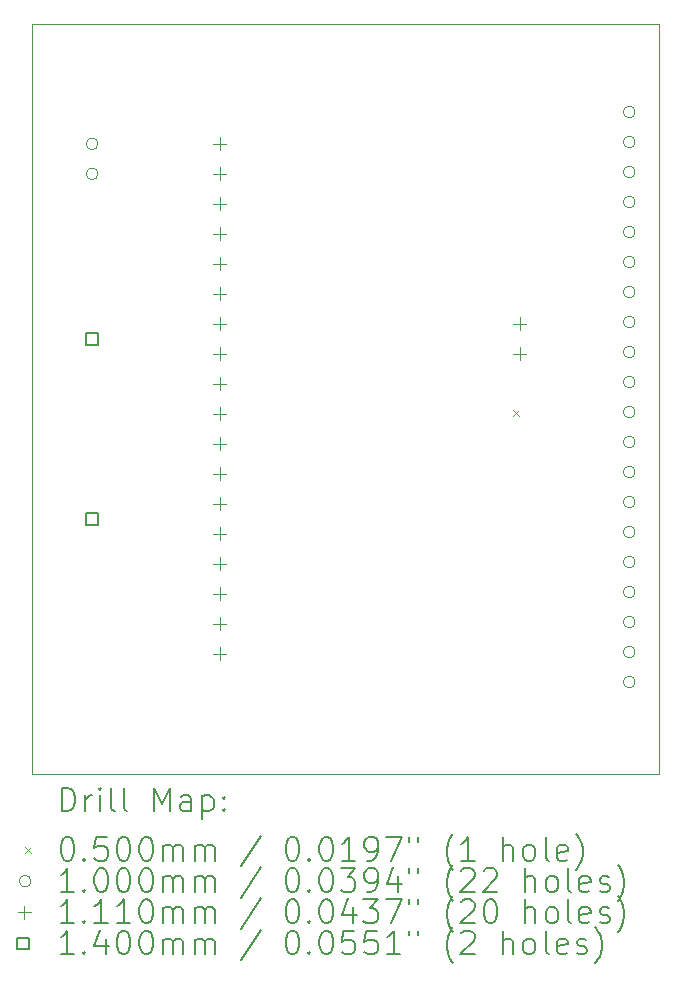
<source format=gbr>
%TF.GenerationSoftware,KiCad,Pcbnew,7.0.7*%
%TF.CreationDate,2023-09-15T15:20:59-06:00*%
%TF.ProjectId,hygienie_pcb,68796769-656e-4696-955f-7063622e6b69,rev?*%
%TF.SameCoordinates,Original*%
%TF.FileFunction,Drillmap*%
%TF.FilePolarity,Positive*%
%FSLAX45Y45*%
G04 Gerber Fmt 4.5, Leading zero omitted, Abs format (unit mm)*
G04 Created by KiCad (PCBNEW 7.0.7) date 2023-09-15 15:20:59*
%MOMM*%
%LPD*%
G01*
G04 APERTURE LIST*
%ADD10C,0.100000*%
%ADD11C,0.200000*%
%ADD12C,0.050000*%
%ADD13C,0.111000*%
%ADD14C,0.140000*%
G04 APERTURE END LIST*
D10*
X8060000Y-7366000D02*
X13370000Y-7366000D01*
X13370000Y-13716000D01*
X8060000Y-13716000D01*
X8060000Y-7366000D01*
D11*
D12*
X12135000Y-10635000D02*
X12185000Y-10685000D01*
X12185000Y-10635000D02*
X12135000Y-10685000D01*
D10*
X8622500Y-8382500D02*
G75*
G03*
X8622500Y-8382500I-50000J0D01*
G01*
X8622500Y-8636500D02*
G75*
G03*
X8622500Y-8636500I-50000J0D01*
G01*
X13170000Y-8113000D02*
G75*
G03*
X13170000Y-8113000I-50000J0D01*
G01*
X13170000Y-8367000D02*
G75*
G03*
X13170000Y-8367000I-50000J0D01*
G01*
X13170000Y-8621000D02*
G75*
G03*
X13170000Y-8621000I-50000J0D01*
G01*
X13170000Y-8875000D02*
G75*
G03*
X13170000Y-8875000I-50000J0D01*
G01*
X13170000Y-9129000D02*
G75*
G03*
X13170000Y-9129000I-50000J0D01*
G01*
X13170000Y-9383000D02*
G75*
G03*
X13170000Y-9383000I-50000J0D01*
G01*
X13170000Y-9637000D02*
G75*
G03*
X13170000Y-9637000I-50000J0D01*
G01*
X13170000Y-9891000D02*
G75*
G03*
X13170000Y-9891000I-50000J0D01*
G01*
X13170000Y-10145000D02*
G75*
G03*
X13170000Y-10145000I-50000J0D01*
G01*
X13170000Y-10399000D02*
G75*
G03*
X13170000Y-10399000I-50000J0D01*
G01*
X13170000Y-10653000D02*
G75*
G03*
X13170000Y-10653000I-50000J0D01*
G01*
X13170000Y-10907000D02*
G75*
G03*
X13170000Y-10907000I-50000J0D01*
G01*
X13170000Y-11161000D02*
G75*
G03*
X13170000Y-11161000I-50000J0D01*
G01*
X13170000Y-11415000D02*
G75*
G03*
X13170000Y-11415000I-50000J0D01*
G01*
X13170000Y-11669000D02*
G75*
G03*
X13170000Y-11669000I-50000J0D01*
G01*
X13170000Y-11923000D02*
G75*
G03*
X13170000Y-11923000I-50000J0D01*
G01*
X13170000Y-12177000D02*
G75*
G03*
X13170000Y-12177000I-50000J0D01*
G01*
X13170000Y-12431000D02*
G75*
G03*
X13170000Y-12431000I-50000J0D01*
G01*
X13170000Y-12685000D02*
G75*
G03*
X13170000Y-12685000I-50000J0D01*
G01*
X13170000Y-12939000D02*
G75*
G03*
X13170000Y-12939000I-50000J0D01*
G01*
D13*
X9652000Y-8326500D02*
X9652000Y-8437500D01*
X9596500Y-8382000D02*
X9707500Y-8382000D01*
X9652000Y-8580500D02*
X9652000Y-8691500D01*
X9596500Y-8636000D02*
X9707500Y-8636000D01*
X9652000Y-8834500D02*
X9652000Y-8945500D01*
X9596500Y-8890000D02*
X9707500Y-8890000D01*
X9652000Y-9088500D02*
X9652000Y-9199500D01*
X9596500Y-9144000D02*
X9707500Y-9144000D01*
X9652000Y-9342500D02*
X9652000Y-9453500D01*
X9596500Y-9398000D02*
X9707500Y-9398000D01*
X9652000Y-9596500D02*
X9652000Y-9707500D01*
X9596500Y-9652000D02*
X9707500Y-9652000D01*
X9652000Y-9850500D02*
X9652000Y-9961500D01*
X9596500Y-9906000D02*
X9707500Y-9906000D01*
X9652000Y-10104500D02*
X9652000Y-10215500D01*
X9596500Y-10160000D02*
X9707500Y-10160000D01*
X9652000Y-10358500D02*
X9652000Y-10469500D01*
X9596500Y-10414000D02*
X9707500Y-10414000D01*
X9652000Y-10612500D02*
X9652000Y-10723500D01*
X9596500Y-10668000D02*
X9707500Y-10668000D01*
X9652000Y-10866500D02*
X9652000Y-10977500D01*
X9596500Y-10922000D02*
X9707500Y-10922000D01*
X9652000Y-11120500D02*
X9652000Y-11231500D01*
X9596500Y-11176000D02*
X9707500Y-11176000D01*
X9652000Y-11374500D02*
X9652000Y-11485500D01*
X9596500Y-11430000D02*
X9707500Y-11430000D01*
X9652000Y-11628500D02*
X9652000Y-11739500D01*
X9596500Y-11684000D02*
X9707500Y-11684000D01*
X9652000Y-11882500D02*
X9652000Y-11993500D01*
X9596500Y-11938000D02*
X9707500Y-11938000D01*
X9652000Y-12136500D02*
X9652000Y-12247500D01*
X9596500Y-12192000D02*
X9707500Y-12192000D01*
X9652000Y-12390500D02*
X9652000Y-12501500D01*
X9596500Y-12446000D02*
X9707500Y-12446000D01*
X9652000Y-12644500D02*
X9652000Y-12755500D01*
X9596500Y-12700000D02*
X9707500Y-12700000D01*
X12192000Y-9850500D02*
X12192000Y-9961500D01*
X12136500Y-9906000D02*
X12247500Y-9906000D01*
X12192000Y-10104500D02*
X12192000Y-10215500D01*
X12136500Y-10160000D02*
X12247500Y-10160000D01*
D14*
X8621998Y-10082498D02*
X8621998Y-9983502D01*
X8523002Y-9983502D01*
X8523002Y-10082498D01*
X8621998Y-10082498D01*
X8621998Y-11606498D02*
X8621998Y-11507502D01*
X8523002Y-11507502D01*
X8523002Y-11606498D01*
X8621998Y-11606498D01*
D11*
X8315777Y-14032484D02*
X8315777Y-13832484D01*
X8315777Y-13832484D02*
X8363396Y-13832484D01*
X8363396Y-13832484D02*
X8391967Y-13842008D01*
X8391967Y-13842008D02*
X8411015Y-13861055D01*
X8411015Y-13861055D02*
X8420539Y-13880103D01*
X8420539Y-13880103D02*
X8430063Y-13918198D01*
X8430063Y-13918198D02*
X8430063Y-13946769D01*
X8430063Y-13946769D02*
X8420539Y-13984865D01*
X8420539Y-13984865D02*
X8411015Y-14003912D01*
X8411015Y-14003912D02*
X8391967Y-14022960D01*
X8391967Y-14022960D02*
X8363396Y-14032484D01*
X8363396Y-14032484D02*
X8315777Y-14032484D01*
X8515777Y-14032484D02*
X8515777Y-13899150D01*
X8515777Y-13937246D02*
X8525301Y-13918198D01*
X8525301Y-13918198D02*
X8534824Y-13908674D01*
X8534824Y-13908674D02*
X8553872Y-13899150D01*
X8553872Y-13899150D02*
X8572920Y-13899150D01*
X8639586Y-14032484D02*
X8639586Y-13899150D01*
X8639586Y-13832484D02*
X8630063Y-13842008D01*
X8630063Y-13842008D02*
X8639586Y-13851531D01*
X8639586Y-13851531D02*
X8649110Y-13842008D01*
X8649110Y-13842008D02*
X8639586Y-13832484D01*
X8639586Y-13832484D02*
X8639586Y-13851531D01*
X8763396Y-14032484D02*
X8744348Y-14022960D01*
X8744348Y-14022960D02*
X8734824Y-14003912D01*
X8734824Y-14003912D02*
X8734824Y-13832484D01*
X8868158Y-14032484D02*
X8849110Y-14022960D01*
X8849110Y-14022960D02*
X8839586Y-14003912D01*
X8839586Y-14003912D02*
X8839586Y-13832484D01*
X9096729Y-14032484D02*
X9096729Y-13832484D01*
X9096729Y-13832484D02*
X9163396Y-13975341D01*
X9163396Y-13975341D02*
X9230063Y-13832484D01*
X9230063Y-13832484D02*
X9230063Y-14032484D01*
X9411015Y-14032484D02*
X9411015Y-13927722D01*
X9411015Y-13927722D02*
X9401491Y-13908674D01*
X9401491Y-13908674D02*
X9382444Y-13899150D01*
X9382444Y-13899150D02*
X9344348Y-13899150D01*
X9344348Y-13899150D02*
X9325301Y-13908674D01*
X9411015Y-14022960D02*
X9391967Y-14032484D01*
X9391967Y-14032484D02*
X9344348Y-14032484D01*
X9344348Y-14032484D02*
X9325301Y-14022960D01*
X9325301Y-14022960D02*
X9315777Y-14003912D01*
X9315777Y-14003912D02*
X9315777Y-13984865D01*
X9315777Y-13984865D02*
X9325301Y-13965817D01*
X9325301Y-13965817D02*
X9344348Y-13956293D01*
X9344348Y-13956293D02*
X9391967Y-13956293D01*
X9391967Y-13956293D02*
X9411015Y-13946769D01*
X9506253Y-13899150D02*
X9506253Y-14099150D01*
X9506253Y-13908674D02*
X9525301Y-13899150D01*
X9525301Y-13899150D02*
X9563396Y-13899150D01*
X9563396Y-13899150D02*
X9582444Y-13908674D01*
X9582444Y-13908674D02*
X9591967Y-13918198D01*
X9591967Y-13918198D02*
X9601491Y-13937246D01*
X9601491Y-13937246D02*
X9601491Y-13994388D01*
X9601491Y-13994388D02*
X9591967Y-14013436D01*
X9591967Y-14013436D02*
X9582444Y-14022960D01*
X9582444Y-14022960D02*
X9563396Y-14032484D01*
X9563396Y-14032484D02*
X9525301Y-14032484D01*
X9525301Y-14032484D02*
X9506253Y-14022960D01*
X9687205Y-14013436D02*
X9696729Y-14022960D01*
X9696729Y-14022960D02*
X9687205Y-14032484D01*
X9687205Y-14032484D02*
X9677682Y-14022960D01*
X9677682Y-14022960D02*
X9687205Y-14013436D01*
X9687205Y-14013436D02*
X9687205Y-14032484D01*
X9687205Y-13908674D02*
X9696729Y-13918198D01*
X9696729Y-13918198D02*
X9687205Y-13927722D01*
X9687205Y-13927722D02*
X9677682Y-13918198D01*
X9677682Y-13918198D02*
X9687205Y-13908674D01*
X9687205Y-13908674D02*
X9687205Y-13927722D01*
D12*
X8005000Y-14336000D02*
X8055000Y-14386000D01*
X8055000Y-14336000D02*
X8005000Y-14386000D01*
D11*
X8353872Y-14252484D02*
X8372920Y-14252484D01*
X8372920Y-14252484D02*
X8391967Y-14262008D01*
X8391967Y-14262008D02*
X8401491Y-14271531D01*
X8401491Y-14271531D02*
X8411015Y-14290579D01*
X8411015Y-14290579D02*
X8420539Y-14328674D01*
X8420539Y-14328674D02*
X8420539Y-14376293D01*
X8420539Y-14376293D02*
X8411015Y-14414388D01*
X8411015Y-14414388D02*
X8401491Y-14433436D01*
X8401491Y-14433436D02*
X8391967Y-14442960D01*
X8391967Y-14442960D02*
X8372920Y-14452484D01*
X8372920Y-14452484D02*
X8353872Y-14452484D01*
X8353872Y-14452484D02*
X8334824Y-14442960D01*
X8334824Y-14442960D02*
X8325301Y-14433436D01*
X8325301Y-14433436D02*
X8315777Y-14414388D01*
X8315777Y-14414388D02*
X8306253Y-14376293D01*
X8306253Y-14376293D02*
X8306253Y-14328674D01*
X8306253Y-14328674D02*
X8315777Y-14290579D01*
X8315777Y-14290579D02*
X8325301Y-14271531D01*
X8325301Y-14271531D02*
X8334824Y-14262008D01*
X8334824Y-14262008D02*
X8353872Y-14252484D01*
X8506253Y-14433436D02*
X8515777Y-14442960D01*
X8515777Y-14442960D02*
X8506253Y-14452484D01*
X8506253Y-14452484D02*
X8496729Y-14442960D01*
X8496729Y-14442960D02*
X8506253Y-14433436D01*
X8506253Y-14433436D02*
X8506253Y-14452484D01*
X8696729Y-14252484D02*
X8601491Y-14252484D01*
X8601491Y-14252484D02*
X8591967Y-14347722D01*
X8591967Y-14347722D02*
X8601491Y-14338198D01*
X8601491Y-14338198D02*
X8620539Y-14328674D01*
X8620539Y-14328674D02*
X8668158Y-14328674D01*
X8668158Y-14328674D02*
X8687205Y-14338198D01*
X8687205Y-14338198D02*
X8696729Y-14347722D01*
X8696729Y-14347722D02*
X8706253Y-14366769D01*
X8706253Y-14366769D02*
X8706253Y-14414388D01*
X8706253Y-14414388D02*
X8696729Y-14433436D01*
X8696729Y-14433436D02*
X8687205Y-14442960D01*
X8687205Y-14442960D02*
X8668158Y-14452484D01*
X8668158Y-14452484D02*
X8620539Y-14452484D01*
X8620539Y-14452484D02*
X8601491Y-14442960D01*
X8601491Y-14442960D02*
X8591967Y-14433436D01*
X8830063Y-14252484D02*
X8849110Y-14252484D01*
X8849110Y-14252484D02*
X8868158Y-14262008D01*
X8868158Y-14262008D02*
X8877682Y-14271531D01*
X8877682Y-14271531D02*
X8887205Y-14290579D01*
X8887205Y-14290579D02*
X8896729Y-14328674D01*
X8896729Y-14328674D02*
X8896729Y-14376293D01*
X8896729Y-14376293D02*
X8887205Y-14414388D01*
X8887205Y-14414388D02*
X8877682Y-14433436D01*
X8877682Y-14433436D02*
X8868158Y-14442960D01*
X8868158Y-14442960D02*
X8849110Y-14452484D01*
X8849110Y-14452484D02*
X8830063Y-14452484D01*
X8830063Y-14452484D02*
X8811015Y-14442960D01*
X8811015Y-14442960D02*
X8801491Y-14433436D01*
X8801491Y-14433436D02*
X8791967Y-14414388D01*
X8791967Y-14414388D02*
X8782444Y-14376293D01*
X8782444Y-14376293D02*
X8782444Y-14328674D01*
X8782444Y-14328674D02*
X8791967Y-14290579D01*
X8791967Y-14290579D02*
X8801491Y-14271531D01*
X8801491Y-14271531D02*
X8811015Y-14262008D01*
X8811015Y-14262008D02*
X8830063Y-14252484D01*
X9020539Y-14252484D02*
X9039586Y-14252484D01*
X9039586Y-14252484D02*
X9058634Y-14262008D01*
X9058634Y-14262008D02*
X9068158Y-14271531D01*
X9068158Y-14271531D02*
X9077682Y-14290579D01*
X9077682Y-14290579D02*
X9087205Y-14328674D01*
X9087205Y-14328674D02*
X9087205Y-14376293D01*
X9087205Y-14376293D02*
X9077682Y-14414388D01*
X9077682Y-14414388D02*
X9068158Y-14433436D01*
X9068158Y-14433436D02*
X9058634Y-14442960D01*
X9058634Y-14442960D02*
X9039586Y-14452484D01*
X9039586Y-14452484D02*
X9020539Y-14452484D01*
X9020539Y-14452484D02*
X9001491Y-14442960D01*
X9001491Y-14442960D02*
X8991967Y-14433436D01*
X8991967Y-14433436D02*
X8982444Y-14414388D01*
X8982444Y-14414388D02*
X8972920Y-14376293D01*
X8972920Y-14376293D02*
X8972920Y-14328674D01*
X8972920Y-14328674D02*
X8982444Y-14290579D01*
X8982444Y-14290579D02*
X8991967Y-14271531D01*
X8991967Y-14271531D02*
X9001491Y-14262008D01*
X9001491Y-14262008D02*
X9020539Y-14252484D01*
X9172920Y-14452484D02*
X9172920Y-14319150D01*
X9172920Y-14338198D02*
X9182444Y-14328674D01*
X9182444Y-14328674D02*
X9201491Y-14319150D01*
X9201491Y-14319150D02*
X9230063Y-14319150D01*
X9230063Y-14319150D02*
X9249110Y-14328674D01*
X9249110Y-14328674D02*
X9258634Y-14347722D01*
X9258634Y-14347722D02*
X9258634Y-14452484D01*
X9258634Y-14347722D02*
X9268158Y-14328674D01*
X9268158Y-14328674D02*
X9287205Y-14319150D01*
X9287205Y-14319150D02*
X9315777Y-14319150D01*
X9315777Y-14319150D02*
X9334825Y-14328674D01*
X9334825Y-14328674D02*
X9344348Y-14347722D01*
X9344348Y-14347722D02*
X9344348Y-14452484D01*
X9439586Y-14452484D02*
X9439586Y-14319150D01*
X9439586Y-14338198D02*
X9449110Y-14328674D01*
X9449110Y-14328674D02*
X9468158Y-14319150D01*
X9468158Y-14319150D02*
X9496729Y-14319150D01*
X9496729Y-14319150D02*
X9515777Y-14328674D01*
X9515777Y-14328674D02*
X9525301Y-14347722D01*
X9525301Y-14347722D02*
X9525301Y-14452484D01*
X9525301Y-14347722D02*
X9534825Y-14328674D01*
X9534825Y-14328674D02*
X9553872Y-14319150D01*
X9553872Y-14319150D02*
X9582444Y-14319150D01*
X9582444Y-14319150D02*
X9601491Y-14328674D01*
X9601491Y-14328674D02*
X9611015Y-14347722D01*
X9611015Y-14347722D02*
X9611015Y-14452484D01*
X10001491Y-14242960D02*
X9830063Y-14500103D01*
X10258634Y-14252484D02*
X10277682Y-14252484D01*
X10277682Y-14252484D02*
X10296729Y-14262008D01*
X10296729Y-14262008D02*
X10306253Y-14271531D01*
X10306253Y-14271531D02*
X10315777Y-14290579D01*
X10315777Y-14290579D02*
X10325301Y-14328674D01*
X10325301Y-14328674D02*
X10325301Y-14376293D01*
X10325301Y-14376293D02*
X10315777Y-14414388D01*
X10315777Y-14414388D02*
X10306253Y-14433436D01*
X10306253Y-14433436D02*
X10296729Y-14442960D01*
X10296729Y-14442960D02*
X10277682Y-14452484D01*
X10277682Y-14452484D02*
X10258634Y-14452484D01*
X10258634Y-14452484D02*
X10239587Y-14442960D01*
X10239587Y-14442960D02*
X10230063Y-14433436D01*
X10230063Y-14433436D02*
X10220539Y-14414388D01*
X10220539Y-14414388D02*
X10211015Y-14376293D01*
X10211015Y-14376293D02*
X10211015Y-14328674D01*
X10211015Y-14328674D02*
X10220539Y-14290579D01*
X10220539Y-14290579D02*
X10230063Y-14271531D01*
X10230063Y-14271531D02*
X10239587Y-14262008D01*
X10239587Y-14262008D02*
X10258634Y-14252484D01*
X10411015Y-14433436D02*
X10420539Y-14442960D01*
X10420539Y-14442960D02*
X10411015Y-14452484D01*
X10411015Y-14452484D02*
X10401491Y-14442960D01*
X10401491Y-14442960D02*
X10411015Y-14433436D01*
X10411015Y-14433436D02*
X10411015Y-14452484D01*
X10544348Y-14252484D02*
X10563396Y-14252484D01*
X10563396Y-14252484D02*
X10582444Y-14262008D01*
X10582444Y-14262008D02*
X10591968Y-14271531D01*
X10591968Y-14271531D02*
X10601491Y-14290579D01*
X10601491Y-14290579D02*
X10611015Y-14328674D01*
X10611015Y-14328674D02*
X10611015Y-14376293D01*
X10611015Y-14376293D02*
X10601491Y-14414388D01*
X10601491Y-14414388D02*
X10591968Y-14433436D01*
X10591968Y-14433436D02*
X10582444Y-14442960D01*
X10582444Y-14442960D02*
X10563396Y-14452484D01*
X10563396Y-14452484D02*
X10544348Y-14452484D01*
X10544348Y-14452484D02*
X10525301Y-14442960D01*
X10525301Y-14442960D02*
X10515777Y-14433436D01*
X10515777Y-14433436D02*
X10506253Y-14414388D01*
X10506253Y-14414388D02*
X10496729Y-14376293D01*
X10496729Y-14376293D02*
X10496729Y-14328674D01*
X10496729Y-14328674D02*
X10506253Y-14290579D01*
X10506253Y-14290579D02*
X10515777Y-14271531D01*
X10515777Y-14271531D02*
X10525301Y-14262008D01*
X10525301Y-14262008D02*
X10544348Y-14252484D01*
X10801491Y-14452484D02*
X10687206Y-14452484D01*
X10744348Y-14452484D02*
X10744348Y-14252484D01*
X10744348Y-14252484D02*
X10725301Y-14281055D01*
X10725301Y-14281055D02*
X10706253Y-14300103D01*
X10706253Y-14300103D02*
X10687206Y-14309627D01*
X10896729Y-14452484D02*
X10934825Y-14452484D01*
X10934825Y-14452484D02*
X10953872Y-14442960D01*
X10953872Y-14442960D02*
X10963396Y-14433436D01*
X10963396Y-14433436D02*
X10982444Y-14404865D01*
X10982444Y-14404865D02*
X10991968Y-14366769D01*
X10991968Y-14366769D02*
X10991968Y-14290579D01*
X10991968Y-14290579D02*
X10982444Y-14271531D01*
X10982444Y-14271531D02*
X10972920Y-14262008D01*
X10972920Y-14262008D02*
X10953872Y-14252484D01*
X10953872Y-14252484D02*
X10915777Y-14252484D01*
X10915777Y-14252484D02*
X10896729Y-14262008D01*
X10896729Y-14262008D02*
X10887206Y-14271531D01*
X10887206Y-14271531D02*
X10877682Y-14290579D01*
X10877682Y-14290579D02*
X10877682Y-14338198D01*
X10877682Y-14338198D02*
X10887206Y-14357246D01*
X10887206Y-14357246D02*
X10896729Y-14366769D01*
X10896729Y-14366769D02*
X10915777Y-14376293D01*
X10915777Y-14376293D02*
X10953872Y-14376293D01*
X10953872Y-14376293D02*
X10972920Y-14366769D01*
X10972920Y-14366769D02*
X10982444Y-14357246D01*
X10982444Y-14357246D02*
X10991968Y-14338198D01*
X11058634Y-14252484D02*
X11191967Y-14252484D01*
X11191967Y-14252484D02*
X11106253Y-14452484D01*
X11258634Y-14252484D02*
X11258634Y-14290579D01*
X11334825Y-14252484D02*
X11334825Y-14290579D01*
X11630063Y-14528674D02*
X11620539Y-14519150D01*
X11620539Y-14519150D02*
X11601491Y-14490579D01*
X11601491Y-14490579D02*
X11591968Y-14471531D01*
X11591968Y-14471531D02*
X11582444Y-14442960D01*
X11582444Y-14442960D02*
X11572920Y-14395341D01*
X11572920Y-14395341D02*
X11572920Y-14357246D01*
X11572920Y-14357246D02*
X11582444Y-14309627D01*
X11582444Y-14309627D02*
X11591968Y-14281055D01*
X11591968Y-14281055D02*
X11601491Y-14262008D01*
X11601491Y-14262008D02*
X11620539Y-14233436D01*
X11620539Y-14233436D02*
X11630063Y-14223912D01*
X11811015Y-14452484D02*
X11696729Y-14452484D01*
X11753872Y-14452484D02*
X11753872Y-14252484D01*
X11753872Y-14252484D02*
X11734825Y-14281055D01*
X11734825Y-14281055D02*
X11715777Y-14300103D01*
X11715777Y-14300103D02*
X11696729Y-14309627D01*
X12049110Y-14452484D02*
X12049110Y-14252484D01*
X12134825Y-14452484D02*
X12134825Y-14347722D01*
X12134825Y-14347722D02*
X12125301Y-14328674D01*
X12125301Y-14328674D02*
X12106253Y-14319150D01*
X12106253Y-14319150D02*
X12077682Y-14319150D01*
X12077682Y-14319150D02*
X12058634Y-14328674D01*
X12058634Y-14328674D02*
X12049110Y-14338198D01*
X12258634Y-14452484D02*
X12239587Y-14442960D01*
X12239587Y-14442960D02*
X12230063Y-14433436D01*
X12230063Y-14433436D02*
X12220539Y-14414388D01*
X12220539Y-14414388D02*
X12220539Y-14357246D01*
X12220539Y-14357246D02*
X12230063Y-14338198D01*
X12230063Y-14338198D02*
X12239587Y-14328674D01*
X12239587Y-14328674D02*
X12258634Y-14319150D01*
X12258634Y-14319150D02*
X12287206Y-14319150D01*
X12287206Y-14319150D02*
X12306253Y-14328674D01*
X12306253Y-14328674D02*
X12315777Y-14338198D01*
X12315777Y-14338198D02*
X12325301Y-14357246D01*
X12325301Y-14357246D02*
X12325301Y-14414388D01*
X12325301Y-14414388D02*
X12315777Y-14433436D01*
X12315777Y-14433436D02*
X12306253Y-14442960D01*
X12306253Y-14442960D02*
X12287206Y-14452484D01*
X12287206Y-14452484D02*
X12258634Y-14452484D01*
X12439587Y-14452484D02*
X12420539Y-14442960D01*
X12420539Y-14442960D02*
X12411015Y-14423912D01*
X12411015Y-14423912D02*
X12411015Y-14252484D01*
X12591968Y-14442960D02*
X12572920Y-14452484D01*
X12572920Y-14452484D02*
X12534825Y-14452484D01*
X12534825Y-14452484D02*
X12515777Y-14442960D01*
X12515777Y-14442960D02*
X12506253Y-14423912D01*
X12506253Y-14423912D02*
X12506253Y-14347722D01*
X12506253Y-14347722D02*
X12515777Y-14328674D01*
X12515777Y-14328674D02*
X12534825Y-14319150D01*
X12534825Y-14319150D02*
X12572920Y-14319150D01*
X12572920Y-14319150D02*
X12591968Y-14328674D01*
X12591968Y-14328674D02*
X12601491Y-14347722D01*
X12601491Y-14347722D02*
X12601491Y-14366769D01*
X12601491Y-14366769D02*
X12506253Y-14385817D01*
X12668158Y-14528674D02*
X12677682Y-14519150D01*
X12677682Y-14519150D02*
X12696730Y-14490579D01*
X12696730Y-14490579D02*
X12706253Y-14471531D01*
X12706253Y-14471531D02*
X12715777Y-14442960D01*
X12715777Y-14442960D02*
X12725301Y-14395341D01*
X12725301Y-14395341D02*
X12725301Y-14357246D01*
X12725301Y-14357246D02*
X12715777Y-14309627D01*
X12715777Y-14309627D02*
X12706253Y-14281055D01*
X12706253Y-14281055D02*
X12696730Y-14262008D01*
X12696730Y-14262008D02*
X12677682Y-14233436D01*
X12677682Y-14233436D02*
X12668158Y-14223912D01*
D10*
X8055000Y-14625000D02*
G75*
G03*
X8055000Y-14625000I-50000J0D01*
G01*
D11*
X8420539Y-14716484D02*
X8306253Y-14716484D01*
X8363396Y-14716484D02*
X8363396Y-14516484D01*
X8363396Y-14516484D02*
X8344348Y-14545055D01*
X8344348Y-14545055D02*
X8325301Y-14564103D01*
X8325301Y-14564103D02*
X8306253Y-14573627D01*
X8506253Y-14697436D02*
X8515777Y-14706960D01*
X8515777Y-14706960D02*
X8506253Y-14716484D01*
X8506253Y-14716484D02*
X8496729Y-14706960D01*
X8496729Y-14706960D02*
X8506253Y-14697436D01*
X8506253Y-14697436D02*
X8506253Y-14716484D01*
X8639586Y-14516484D02*
X8658634Y-14516484D01*
X8658634Y-14516484D02*
X8677682Y-14526008D01*
X8677682Y-14526008D02*
X8687205Y-14535531D01*
X8687205Y-14535531D02*
X8696729Y-14554579D01*
X8696729Y-14554579D02*
X8706253Y-14592674D01*
X8706253Y-14592674D02*
X8706253Y-14640293D01*
X8706253Y-14640293D02*
X8696729Y-14678388D01*
X8696729Y-14678388D02*
X8687205Y-14697436D01*
X8687205Y-14697436D02*
X8677682Y-14706960D01*
X8677682Y-14706960D02*
X8658634Y-14716484D01*
X8658634Y-14716484D02*
X8639586Y-14716484D01*
X8639586Y-14716484D02*
X8620539Y-14706960D01*
X8620539Y-14706960D02*
X8611015Y-14697436D01*
X8611015Y-14697436D02*
X8601491Y-14678388D01*
X8601491Y-14678388D02*
X8591967Y-14640293D01*
X8591967Y-14640293D02*
X8591967Y-14592674D01*
X8591967Y-14592674D02*
X8601491Y-14554579D01*
X8601491Y-14554579D02*
X8611015Y-14535531D01*
X8611015Y-14535531D02*
X8620539Y-14526008D01*
X8620539Y-14526008D02*
X8639586Y-14516484D01*
X8830063Y-14516484D02*
X8849110Y-14516484D01*
X8849110Y-14516484D02*
X8868158Y-14526008D01*
X8868158Y-14526008D02*
X8877682Y-14535531D01*
X8877682Y-14535531D02*
X8887205Y-14554579D01*
X8887205Y-14554579D02*
X8896729Y-14592674D01*
X8896729Y-14592674D02*
X8896729Y-14640293D01*
X8896729Y-14640293D02*
X8887205Y-14678388D01*
X8887205Y-14678388D02*
X8877682Y-14697436D01*
X8877682Y-14697436D02*
X8868158Y-14706960D01*
X8868158Y-14706960D02*
X8849110Y-14716484D01*
X8849110Y-14716484D02*
X8830063Y-14716484D01*
X8830063Y-14716484D02*
X8811015Y-14706960D01*
X8811015Y-14706960D02*
X8801491Y-14697436D01*
X8801491Y-14697436D02*
X8791967Y-14678388D01*
X8791967Y-14678388D02*
X8782444Y-14640293D01*
X8782444Y-14640293D02*
X8782444Y-14592674D01*
X8782444Y-14592674D02*
X8791967Y-14554579D01*
X8791967Y-14554579D02*
X8801491Y-14535531D01*
X8801491Y-14535531D02*
X8811015Y-14526008D01*
X8811015Y-14526008D02*
X8830063Y-14516484D01*
X9020539Y-14516484D02*
X9039586Y-14516484D01*
X9039586Y-14516484D02*
X9058634Y-14526008D01*
X9058634Y-14526008D02*
X9068158Y-14535531D01*
X9068158Y-14535531D02*
X9077682Y-14554579D01*
X9077682Y-14554579D02*
X9087205Y-14592674D01*
X9087205Y-14592674D02*
X9087205Y-14640293D01*
X9087205Y-14640293D02*
X9077682Y-14678388D01*
X9077682Y-14678388D02*
X9068158Y-14697436D01*
X9068158Y-14697436D02*
X9058634Y-14706960D01*
X9058634Y-14706960D02*
X9039586Y-14716484D01*
X9039586Y-14716484D02*
X9020539Y-14716484D01*
X9020539Y-14716484D02*
X9001491Y-14706960D01*
X9001491Y-14706960D02*
X8991967Y-14697436D01*
X8991967Y-14697436D02*
X8982444Y-14678388D01*
X8982444Y-14678388D02*
X8972920Y-14640293D01*
X8972920Y-14640293D02*
X8972920Y-14592674D01*
X8972920Y-14592674D02*
X8982444Y-14554579D01*
X8982444Y-14554579D02*
X8991967Y-14535531D01*
X8991967Y-14535531D02*
X9001491Y-14526008D01*
X9001491Y-14526008D02*
X9020539Y-14516484D01*
X9172920Y-14716484D02*
X9172920Y-14583150D01*
X9172920Y-14602198D02*
X9182444Y-14592674D01*
X9182444Y-14592674D02*
X9201491Y-14583150D01*
X9201491Y-14583150D02*
X9230063Y-14583150D01*
X9230063Y-14583150D02*
X9249110Y-14592674D01*
X9249110Y-14592674D02*
X9258634Y-14611722D01*
X9258634Y-14611722D02*
X9258634Y-14716484D01*
X9258634Y-14611722D02*
X9268158Y-14592674D01*
X9268158Y-14592674D02*
X9287205Y-14583150D01*
X9287205Y-14583150D02*
X9315777Y-14583150D01*
X9315777Y-14583150D02*
X9334825Y-14592674D01*
X9334825Y-14592674D02*
X9344348Y-14611722D01*
X9344348Y-14611722D02*
X9344348Y-14716484D01*
X9439586Y-14716484D02*
X9439586Y-14583150D01*
X9439586Y-14602198D02*
X9449110Y-14592674D01*
X9449110Y-14592674D02*
X9468158Y-14583150D01*
X9468158Y-14583150D02*
X9496729Y-14583150D01*
X9496729Y-14583150D02*
X9515777Y-14592674D01*
X9515777Y-14592674D02*
X9525301Y-14611722D01*
X9525301Y-14611722D02*
X9525301Y-14716484D01*
X9525301Y-14611722D02*
X9534825Y-14592674D01*
X9534825Y-14592674D02*
X9553872Y-14583150D01*
X9553872Y-14583150D02*
X9582444Y-14583150D01*
X9582444Y-14583150D02*
X9601491Y-14592674D01*
X9601491Y-14592674D02*
X9611015Y-14611722D01*
X9611015Y-14611722D02*
X9611015Y-14716484D01*
X10001491Y-14506960D02*
X9830063Y-14764103D01*
X10258634Y-14516484D02*
X10277682Y-14516484D01*
X10277682Y-14516484D02*
X10296729Y-14526008D01*
X10296729Y-14526008D02*
X10306253Y-14535531D01*
X10306253Y-14535531D02*
X10315777Y-14554579D01*
X10315777Y-14554579D02*
X10325301Y-14592674D01*
X10325301Y-14592674D02*
X10325301Y-14640293D01*
X10325301Y-14640293D02*
X10315777Y-14678388D01*
X10315777Y-14678388D02*
X10306253Y-14697436D01*
X10306253Y-14697436D02*
X10296729Y-14706960D01*
X10296729Y-14706960D02*
X10277682Y-14716484D01*
X10277682Y-14716484D02*
X10258634Y-14716484D01*
X10258634Y-14716484D02*
X10239587Y-14706960D01*
X10239587Y-14706960D02*
X10230063Y-14697436D01*
X10230063Y-14697436D02*
X10220539Y-14678388D01*
X10220539Y-14678388D02*
X10211015Y-14640293D01*
X10211015Y-14640293D02*
X10211015Y-14592674D01*
X10211015Y-14592674D02*
X10220539Y-14554579D01*
X10220539Y-14554579D02*
X10230063Y-14535531D01*
X10230063Y-14535531D02*
X10239587Y-14526008D01*
X10239587Y-14526008D02*
X10258634Y-14516484D01*
X10411015Y-14697436D02*
X10420539Y-14706960D01*
X10420539Y-14706960D02*
X10411015Y-14716484D01*
X10411015Y-14716484D02*
X10401491Y-14706960D01*
X10401491Y-14706960D02*
X10411015Y-14697436D01*
X10411015Y-14697436D02*
X10411015Y-14716484D01*
X10544348Y-14516484D02*
X10563396Y-14516484D01*
X10563396Y-14516484D02*
X10582444Y-14526008D01*
X10582444Y-14526008D02*
X10591968Y-14535531D01*
X10591968Y-14535531D02*
X10601491Y-14554579D01*
X10601491Y-14554579D02*
X10611015Y-14592674D01*
X10611015Y-14592674D02*
X10611015Y-14640293D01*
X10611015Y-14640293D02*
X10601491Y-14678388D01*
X10601491Y-14678388D02*
X10591968Y-14697436D01*
X10591968Y-14697436D02*
X10582444Y-14706960D01*
X10582444Y-14706960D02*
X10563396Y-14716484D01*
X10563396Y-14716484D02*
X10544348Y-14716484D01*
X10544348Y-14716484D02*
X10525301Y-14706960D01*
X10525301Y-14706960D02*
X10515777Y-14697436D01*
X10515777Y-14697436D02*
X10506253Y-14678388D01*
X10506253Y-14678388D02*
X10496729Y-14640293D01*
X10496729Y-14640293D02*
X10496729Y-14592674D01*
X10496729Y-14592674D02*
X10506253Y-14554579D01*
X10506253Y-14554579D02*
X10515777Y-14535531D01*
X10515777Y-14535531D02*
X10525301Y-14526008D01*
X10525301Y-14526008D02*
X10544348Y-14516484D01*
X10677682Y-14516484D02*
X10801491Y-14516484D01*
X10801491Y-14516484D02*
X10734825Y-14592674D01*
X10734825Y-14592674D02*
X10763396Y-14592674D01*
X10763396Y-14592674D02*
X10782444Y-14602198D01*
X10782444Y-14602198D02*
X10791968Y-14611722D01*
X10791968Y-14611722D02*
X10801491Y-14630769D01*
X10801491Y-14630769D02*
X10801491Y-14678388D01*
X10801491Y-14678388D02*
X10791968Y-14697436D01*
X10791968Y-14697436D02*
X10782444Y-14706960D01*
X10782444Y-14706960D02*
X10763396Y-14716484D01*
X10763396Y-14716484D02*
X10706253Y-14716484D01*
X10706253Y-14716484D02*
X10687206Y-14706960D01*
X10687206Y-14706960D02*
X10677682Y-14697436D01*
X10896729Y-14716484D02*
X10934825Y-14716484D01*
X10934825Y-14716484D02*
X10953872Y-14706960D01*
X10953872Y-14706960D02*
X10963396Y-14697436D01*
X10963396Y-14697436D02*
X10982444Y-14668865D01*
X10982444Y-14668865D02*
X10991968Y-14630769D01*
X10991968Y-14630769D02*
X10991968Y-14554579D01*
X10991968Y-14554579D02*
X10982444Y-14535531D01*
X10982444Y-14535531D02*
X10972920Y-14526008D01*
X10972920Y-14526008D02*
X10953872Y-14516484D01*
X10953872Y-14516484D02*
X10915777Y-14516484D01*
X10915777Y-14516484D02*
X10896729Y-14526008D01*
X10896729Y-14526008D02*
X10887206Y-14535531D01*
X10887206Y-14535531D02*
X10877682Y-14554579D01*
X10877682Y-14554579D02*
X10877682Y-14602198D01*
X10877682Y-14602198D02*
X10887206Y-14621246D01*
X10887206Y-14621246D02*
X10896729Y-14630769D01*
X10896729Y-14630769D02*
X10915777Y-14640293D01*
X10915777Y-14640293D02*
X10953872Y-14640293D01*
X10953872Y-14640293D02*
X10972920Y-14630769D01*
X10972920Y-14630769D02*
X10982444Y-14621246D01*
X10982444Y-14621246D02*
X10991968Y-14602198D01*
X11163396Y-14583150D02*
X11163396Y-14716484D01*
X11115777Y-14506960D02*
X11068158Y-14649817D01*
X11068158Y-14649817D02*
X11191967Y-14649817D01*
X11258634Y-14516484D02*
X11258634Y-14554579D01*
X11334825Y-14516484D02*
X11334825Y-14554579D01*
X11630063Y-14792674D02*
X11620539Y-14783150D01*
X11620539Y-14783150D02*
X11601491Y-14754579D01*
X11601491Y-14754579D02*
X11591968Y-14735531D01*
X11591968Y-14735531D02*
X11582444Y-14706960D01*
X11582444Y-14706960D02*
X11572920Y-14659341D01*
X11572920Y-14659341D02*
X11572920Y-14621246D01*
X11572920Y-14621246D02*
X11582444Y-14573627D01*
X11582444Y-14573627D02*
X11591968Y-14545055D01*
X11591968Y-14545055D02*
X11601491Y-14526008D01*
X11601491Y-14526008D02*
X11620539Y-14497436D01*
X11620539Y-14497436D02*
X11630063Y-14487912D01*
X11696729Y-14535531D02*
X11706253Y-14526008D01*
X11706253Y-14526008D02*
X11725301Y-14516484D01*
X11725301Y-14516484D02*
X11772920Y-14516484D01*
X11772920Y-14516484D02*
X11791968Y-14526008D01*
X11791968Y-14526008D02*
X11801491Y-14535531D01*
X11801491Y-14535531D02*
X11811015Y-14554579D01*
X11811015Y-14554579D02*
X11811015Y-14573627D01*
X11811015Y-14573627D02*
X11801491Y-14602198D01*
X11801491Y-14602198D02*
X11687206Y-14716484D01*
X11687206Y-14716484D02*
X11811015Y-14716484D01*
X11887206Y-14535531D02*
X11896729Y-14526008D01*
X11896729Y-14526008D02*
X11915777Y-14516484D01*
X11915777Y-14516484D02*
X11963396Y-14516484D01*
X11963396Y-14516484D02*
X11982444Y-14526008D01*
X11982444Y-14526008D02*
X11991968Y-14535531D01*
X11991968Y-14535531D02*
X12001491Y-14554579D01*
X12001491Y-14554579D02*
X12001491Y-14573627D01*
X12001491Y-14573627D02*
X11991968Y-14602198D01*
X11991968Y-14602198D02*
X11877682Y-14716484D01*
X11877682Y-14716484D02*
X12001491Y-14716484D01*
X12239587Y-14716484D02*
X12239587Y-14516484D01*
X12325301Y-14716484D02*
X12325301Y-14611722D01*
X12325301Y-14611722D02*
X12315777Y-14592674D01*
X12315777Y-14592674D02*
X12296730Y-14583150D01*
X12296730Y-14583150D02*
X12268158Y-14583150D01*
X12268158Y-14583150D02*
X12249110Y-14592674D01*
X12249110Y-14592674D02*
X12239587Y-14602198D01*
X12449110Y-14716484D02*
X12430063Y-14706960D01*
X12430063Y-14706960D02*
X12420539Y-14697436D01*
X12420539Y-14697436D02*
X12411015Y-14678388D01*
X12411015Y-14678388D02*
X12411015Y-14621246D01*
X12411015Y-14621246D02*
X12420539Y-14602198D01*
X12420539Y-14602198D02*
X12430063Y-14592674D01*
X12430063Y-14592674D02*
X12449110Y-14583150D01*
X12449110Y-14583150D02*
X12477682Y-14583150D01*
X12477682Y-14583150D02*
X12496730Y-14592674D01*
X12496730Y-14592674D02*
X12506253Y-14602198D01*
X12506253Y-14602198D02*
X12515777Y-14621246D01*
X12515777Y-14621246D02*
X12515777Y-14678388D01*
X12515777Y-14678388D02*
X12506253Y-14697436D01*
X12506253Y-14697436D02*
X12496730Y-14706960D01*
X12496730Y-14706960D02*
X12477682Y-14716484D01*
X12477682Y-14716484D02*
X12449110Y-14716484D01*
X12630063Y-14716484D02*
X12611015Y-14706960D01*
X12611015Y-14706960D02*
X12601491Y-14687912D01*
X12601491Y-14687912D02*
X12601491Y-14516484D01*
X12782444Y-14706960D02*
X12763396Y-14716484D01*
X12763396Y-14716484D02*
X12725301Y-14716484D01*
X12725301Y-14716484D02*
X12706253Y-14706960D01*
X12706253Y-14706960D02*
X12696730Y-14687912D01*
X12696730Y-14687912D02*
X12696730Y-14611722D01*
X12696730Y-14611722D02*
X12706253Y-14592674D01*
X12706253Y-14592674D02*
X12725301Y-14583150D01*
X12725301Y-14583150D02*
X12763396Y-14583150D01*
X12763396Y-14583150D02*
X12782444Y-14592674D01*
X12782444Y-14592674D02*
X12791968Y-14611722D01*
X12791968Y-14611722D02*
X12791968Y-14630769D01*
X12791968Y-14630769D02*
X12696730Y-14649817D01*
X12868158Y-14706960D02*
X12887206Y-14716484D01*
X12887206Y-14716484D02*
X12925301Y-14716484D01*
X12925301Y-14716484D02*
X12944349Y-14706960D01*
X12944349Y-14706960D02*
X12953872Y-14687912D01*
X12953872Y-14687912D02*
X12953872Y-14678388D01*
X12953872Y-14678388D02*
X12944349Y-14659341D01*
X12944349Y-14659341D02*
X12925301Y-14649817D01*
X12925301Y-14649817D02*
X12896730Y-14649817D01*
X12896730Y-14649817D02*
X12877682Y-14640293D01*
X12877682Y-14640293D02*
X12868158Y-14621246D01*
X12868158Y-14621246D02*
X12868158Y-14611722D01*
X12868158Y-14611722D02*
X12877682Y-14592674D01*
X12877682Y-14592674D02*
X12896730Y-14583150D01*
X12896730Y-14583150D02*
X12925301Y-14583150D01*
X12925301Y-14583150D02*
X12944349Y-14592674D01*
X13020539Y-14792674D02*
X13030063Y-14783150D01*
X13030063Y-14783150D02*
X13049111Y-14754579D01*
X13049111Y-14754579D02*
X13058634Y-14735531D01*
X13058634Y-14735531D02*
X13068158Y-14706960D01*
X13068158Y-14706960D02*
X13077682Y-14659341D01*
X13077682Y-14659341D02*
X13077682Y-14621246D01*
X13077682Y-14621246D02*
X13068158Y-14573627D01*
X13068158Y-14573627D02*
X13058634Y-14545055D01*
X13058634Y-14545055D02*
X13049111Y-14526008D01*
X13049111Y-14526008D02*
X13030063Y-14497436D01*
X13030063Y-14497436D02*
X13020539Y-14487912D01*
D13*
X7999500Y-14833500D02*
X7999500Y-14944500D01*
X7944000Y-14889000D02*
X8055000Y-14889000D01*
D11*
X8420539Y-14980484D02*
X8306253Y-14980484D01*
X8363396Y-14980484D02*
X8363396Y-14780484D01*
X8363396Y-14780484D02*
X8344348Y-14809055D01*
X8344348Y-14809055D02*
X8325301Y-14828103D01*
X8325301Y-14828103D02*
X8306253Y-14837627D01*
X8506253Y-14961436D02*
X8515777Y-14970960D01*
X8515777Y-14970960D02*
X8506253Y-14980484D01*
X8506253Y-14980484D02*
X8496729Y-14970960D01*
X8496729Y-14970960D02*
X8506253Y-14961436D01*
X8506253Y-14961436D02*
X8506253Y-14980484D01*
X8706253Y-14980484D02*
X8591967Y-14980484D01*
X8649110Y-14980484D02*
X8649110Y-14780484D01*
X8649110Y-14780484D02*
X8630063Y-14809055D01*
X8630063Y-14809055D02*
X8611015Y-14828103D01*
X8611015Y-14828103D02*
X8591967Y-14837627D01*
X8896729Y-14980484D02*
X8782444Y-14980484D01*
X8839586Y-14980484D02*
X8839586Y-14780484D01*
X8839586Y-14780484D02*
X8820539Y-14809055D01*
X8820539Y-14809055D02*
X8801491Y-14828103D01*
X8801491Y-14828103D02*
X8782444Y-14837627D01*
X9020539Y-14780484D02*
X9039586Y-14780484D01*
X9039586Y-14780484D02*
X9058634Y-14790008D01*
X9058634Y-14790008D02*
X9068158Y-14799531D01*
X9068158Y-14799531D02*
X9077682Y-14818579D01*
X9077682Y-14818579D02*
X9087205Y-14856674D01*
X9087205Y-14856674D02*
X9087205Y-14904293D01*
X9087205Y-14904293D02*
X9077682Y-14942388D01*
X9077682Y-14942388D02*
X9068158Y-14961436D01*
X9068158Y-14961436D02*
X9058634Y-14970960D01*
X9058634Y-14970960D02*
X9039586Y-14980484D01*
X9039586Y-14980484D02*
X9020539Y-14980484D01*
X9020539Y-14980484D02*
X9001491Y-14970960D01*
X9001491Y-14970960D02*
X8991967Y-14961436D01*
X8991967Y-14961436D02*
X8982444Y-14942388D01*
X8982444Y-14942388D02*
X8972920Y-14904293D01*
X8972920Y-14904293D02*
X8972920Y-14856674D01*
X8972920Y-14856674D02*
X8982444Y-14818579D01*
X8982444Y-14818579D02*
X8991967Y-14799531D01*
X8991967Y-14799531D02*
X9001491Y-14790008D01*
X9001491Y-14790008D02*
X9020539Y-14780484D01*
X9172920Y-14980484D02*
X9172920Y-14847150D01*
X9172920Y-14866198D02*
X9182444Y-14856674D01*
X9182444Y-14856674D02*
X9201491Y-14847150D01*
X9201491Y-14847150D02*
X9230063Y-14847150D01*
X9230063Y-14847150D02*
X9249110Y-14856674D01*
X9249110Y-14856674D02*
X9258634Y-14875722D01*
X9258634Y-14875722D02*
X9258634Y-14980484D01*
X9258634Y-14875722D02*
X9268158Y-14856674D01*
X9268158Y-14856674D02*
X9287205Y-14847150D01*
X9287205Y-14847150D02*
X9315777Y-14847150D01*
X9315777Y-14847150D02*
X9334825Y-14856674D01*
X9334825Y-14856674D02*
X9344348Y-14875722D01*
X9344348Y-14875722D02*
X9344348Y-14980484D01*
X9439586Y-14980484D02*
X9439586Y-14847150D01*
X9439586Y-14866198D02*
X9449110Y-14856674D01*
X9449110Y-14856674D02*
X9468158Y-14847150D01*
X9468158Y-14847150D02*
X9496729Y-14847150D01*
X9496729Y-14847150D02*
X9515777Y-14856674D01*
X9515777Y-14856674D02*
X9525301Y-14875722D01*
X9525301Y-14875722D02*
X9525301Y-14980484D01*
X9525301Y-14875722D02*
X9534825Y-14856674D01*
X9534825Y-14856674D02*
X9553872Y-14847150D01*
X9553872Y-14847150D02*
X9582444Y-14847150D01*
X9582444Y-14847150D02*
X9601491Y-14856674D01*
X9601491Y-14856674D02*
X9611015Y-14875722D01*
X9611015Y-14875722D02*
X9611015Y-14980484D01*
X10001491Y-14770960D02*
X9830063Y-15028103D01*
X10258634Y-14780484D02*
X10277682Y-14780484D01*
X10277682Y-14780484D02*
X10296729Y-14790008D01*
X10296729Y-14790008D02*
X10306253Y-14799531D01*
X10306253Y-14799531D02*
X10315777Y-14818579D01*
X10315777Y-14818579D02*
X10325301Y-14856674D01*
X10325301Y-14856674D02*
X10325301Y-14904293D01*
X10325301Y-14904293D02*
X10315777Y-14942388D01*
X10315777Y-14942388D02*
X10306253Y-14961436D01*
X10306253Y-14961436D02*
X10296729Y-14970960D01*
X10296729Y-14970960D02*
X10277682Y-14980484D01*
X10277682Y-14980484D02*
X10258634Y-14980484D01*
X10258634Y-14980484D02*
X10239587Y-14970960D01*
X10239587Y-14970960D02*
X10230063Y-14961436D01*
X10230063Y-14961436D02*
X10220539Y-14942388D01*
X10220539Y-14942388D02*
X10211015Y-14904293D01*
X10211015Y-14904293D02*
X10211015Y-14856674D01*
X10211015Y-14856674D02*
X10220539Y-14818579D01*
X10220539Y-14818579D02*
X10230063Y-14799531D01*
X10230063Y-14799531D02*
X10239587Y-14790008D01*
X10239587Y-14790008D02*
X10258634Y-14780484D01*
X10411015Y-14961436D02*
X10420539Y-14970960D01*
X10420539Y-14970960D02*
X10411015Y-14980484D01*
X10411015Y-14980484D02*
X10401491Y-14970960D01*
X10401491Y-14970960D02*
X10411015Y-14961436D01*
X10411015Y-14961436D02*
X10411015Y-14980484D01*
X10544348Y-14780484D02*
X10563396Y-14780484D01*
X10563396Y-14780484D02*
X10582444Y-14790008D01*
X10582444Y-14790008D02*
X10591968Y-14799531D01*
X10591968Y-14799531D02*
X10601491Y-14818579D01*
X10601491Y-14818579D02*
X10611015Y-14856674D01*
X10611015Y-14856674D02*
X10611015Y-14904293D01*
X10611015Y-14904293D02*
X10601491Y-14942388D01*
X10601491Y-14942388D02*
X10591968Y-14961436D01*
X10591968Y-14961436D02*
X10582444Y-14970960D01*
X10582444Y-14970960D02*
X10563396Y-14980484D01*
X10563396Y-14980484D02*
X10544348Y-14980484D01*
X10544348Y-14980484D02*
X10525301Y-14970960D01*
X10525301Y-14970960D02*
X10515777Y-14961436D01*
X10515777Y-14961436D02*
X10506253Y-14942388D01*
X10506253Y-14942388D02*
X10496729Y-14904293D01*
X10496729Y-14904293D02*
X10496729Y-14856674D01*
X10496729Y-14856674D02*
X10506253Y-14818579D01*
X10506253Y-14818579D02*
X10515777Y-14799531D01*
X10515777Y-14799531D02*
X10525301Y-14790008D01*
X10525301Y-14790008D02*
X10544348Y-14780484D01*
X10782444Y-14847150D02*
X10782444Y-14980484D01*
X10734825Y-14770960D02*
X10687206Y-14913817D01*
X10687206Y-14913817D02*
X10811015Y-14913817D01*
X10868158Y-14780484D02*
X10991968Y-14780484D01*
X10991968Y-14780484D02*
X10925301Y-14856674D01*
X10925301Y-14856674D02*
X10953872Y-14856674D01*
X10953872Y-14856674D02*
X10972920Y-14866198D01*
X10972920Y-14866198D02*
X10982444Y-14875722D01*
X10982444Y-14875722D02*
X10991968Y-14894769D01*
X10991968Y-14894769D02*
X10991968Y-14942388D01*
X10991968Y-14942388D02*
X10982444Y-14961436D01*
X10982444Y-14961436D02*
X10972920Y-14970960D01*
X10972920Y-14970960D02*
X10953872Y-14980484D01*
X10953872Y-14980484D02*
X10896729Y-14980484D01*
X10896729Y-14980484D02*
X10877682Y-14970960D01*
X10877682Y-14970960D02*
X10868158Y-14961436D01*
X11058634Y-14780484D02*
X11191967Y-14780484D01*
X11191967Y-14780484D02*
X11106253Y-14980484D01*
X11258634Y-14780484D02*
X11258634Y-14818579D01*
X11334825Y-14780484D02*
X11334825Y-14818579D01*
X11630063Y-15056674D02*
X11620539Y-15047150D01*
X11620539Y-15047150D02*
X11601491Y-15018579D01*
X11601491Y-15018579D02*
X11591968Y-14999531D01*
X11591968Y-14999531D02*
X11582444Y-14970960D01*
X11582444Y-14970960D02*
X11572920Y-14923341D01*
X11572920Y-14923341D02*
X11572920Y-14885246D01*
X11572920Y-14885246D02*
X11582444Y-14837627D01*
X11582444Y-14837627D02*
X11591968Y-14809055D01*
X11591968Y-14809055D02*
X11601491Y-14790008D01*
X11601491Y-14790008D02*
X11620539Y-14761436D01*
X11620539Y-14761436D02*
X11630063Y-14751912D01*
X11696729Y-14799531D02*
X11706253Y-14790008D01*
X11706253Y-14790008D02*
X11725301Y-14780484D01*
X11725301Y-14780484D02*
X11772920Y-14780484D01*
X11772920Y-14780484D02*
X11791968Y-14790008D01*
X11791968Y-14790008D02*
X11801491Y-14799531D01*
X11801491Y-14799531D02*
X11811015Y-14818579D01*
X11811015Y-14818579D02*
X11811015Y-14837627D01*
X11811015Y-14837627D02*
X11801491Y-14866198D01*
X11801491Y-14866198D02*
X11687206Y-14980484D01*
X11687206Y-14980484D02*
X11811015Y-14980484D01*
X11934825Y-14780484D02*
X11953872Y-14780484D01*
X11953872Y-14780484D02*
X11972920Y-14790008D01*
X11972920Y-14790008D02*
X11982444Y-14799531D01*
X11982444Y-14799531D02*
X11991968Y-14818579D01*
X11991968Y-14818579D02*
X12001491Y-14856674D01*
X12001491Y-14856674D02*
X12001491Y-14904293D01*
X12001491Y-14904293D02*
X11991968Y-14942388D01*
X11991968Y-14942388D02*
X11982444Y-14961436D01*
X11982444Y-14961436D02*
X11972920Y-14970960D01*
X11972920Y-14970960D02*
X11953872Y-14980484D01*
X11953872Y-14980484D02*
X11934825Y-14980484D01*
X11934825Y-14980484D02*
X11915777Y-14970960D01*
X11915777Y-14970960D02*
X11906253Y-14961436D01*
X11906253Y-14961436D02*
X11896729Y-14942388D01*
X11896729Y-14942388D02*
X11887206Y-14904293D01*
X11887206Y-14904293D02*
X11887206Y-14856674D01*
X11887206Y-14856674D02*
X11896729Y-14818579D01*
X11896729Y-14818579D02*
X11906253Y-14799531D01*
X11906253Y-14799531D02*
X11915777Y-14790008D01*
X11915777Y-14790008D02*
X11934825Y-14780484D01*
X12239587Y-14980484D02*
X12239587Y-14780484D01*
X12325301Y-14980484D02*
X12325301Y-14875722D01*
X12325301Y-14875722D02*
X12315777Y-14856674D01*
X12315777Y-14856674D02*
X12296730Y-14847150D01*
X12296730Y-14847150D02*
X12268158Y-14847150D01*
X12268158Y-14847150D02*
X12249110Y-14856674D01*
X12249110Y-14856674D02*
X12239587Y-14866198D01*
X12449110Y-14980484D02*
X12430063Y-14970960D01*
X12430063Y-14970960D02*
X12420539Y-14961436D01*
X12420539Y-14961436D02*
X12411015Y-14942388D01*
X12411015Y-14942388D02*
X12411015Y-14885246D01*
X12411015Y-14885246D02*
X12420539Y-14866198D01*
X12420539Y-14866198D02*
X12430063Y-14856674D01*
X12430063Y-14856674D02*
X12449110Y-14847150D01*
X12449110Y-14847150D02*
X12477682Y-14847150D01*
X12477682Y-14847150D02*
X12496730Y-14856674D01*
X12496730Y-14856674D02*
X12506253Y-14866198D01*
X12506253Y-14866198D02*
X12515777Y-14885246D01*
X12515777Y-14885246D02*
X12515777Y-14942388D01*
X12515777Y-14942388D02*
X12506253Y-14961436D01*
X12506253Y-14961436D02*
X12496730Y-14970960D01*
X12496730Y-14970960D02*
X12477682Y-14980484D01*
X12477682Y-14980484D02*
X12449110Y-14980484D01*
X12630063Y-14980484D02*
X12611015Y-14970960D01*
X12611015Y-14970960D02*
X12601491Y-14951912D01*
X12601491Y-14951912D02*
X12601491Y-14780484D01*
X12782444Y-14970960D02*
X12763396Y-14980484D01*
X12763396Y-14980484D02*
X12725301Y-14980484D01*
X12725301Y-14980484D02*
X12706253Y-14970960D01*
X12706253Y-14970960D02*
X12696730Y-14951912D01*
X12696730Y-14951912D02*
X12696730Y-14875722D01*
X12696730Y-14875722D02*
X12706253Y-14856674D01*
X12706253Y-14856674D02*
X12725301Y-14847150D01*
X12725301Y-14847150D02*
X12763396Y-14847150D01*
X12763396Y-14847150D02*
X12782444Y-14856674D01*
X12782444Y-14856674D02*
X12791968Y-14875722D01*
X12791968Y-14875722D02*
X12791968Y-14894769D01*
X12791968Y-14894769D02*
X12696730Y-14913817D01*
X12868158Y-14970960D02*
X12887206Y-14980484D01*
X12887206Y-14980484D02*
X12925301Y-14980484D01*
X12925301Y-14980484D02*
X12944349Y-14970960D01*
X12944349Y-14970960D02*
X12953872Y-14951912D01*
X12953872Y-14951912D02*
X12953872Y-14942388D01*
X12953872Y-14942388D02*
X12944349Y-14923341D01*
X12944349Y-14923341D02*
X12925301Y-14913817D01*
X12925301Y-14913817D02*
X12896730Y-14913817D01*
X12896730Y-14913817D02*
X12877682Y-14904293D01*
X12877682Y-14904293D02*
X12868158Y-14885246D01*
X12868158Y-14885246D02*
X12868158Y-14875722D01*
X12868158Y-14875722D02*
X12877682Y-14856674D01*
X12877682Y-14856674D02*
X12896730Y-14847150D01*
X12896730Y-14847150D02*
X12925301Y-14847150D01*
X12925301Y-14847150D02*
X12944349Y-14856674D01*
X13020539Y-15056674D02*
X13030063Y-15047150D01*
X13030063Y-15047150D02*
X13049111Y-15018579D01*
X13049111Y-15018579D02*
X13058634Y-14999531D01*
X13058634Y-14999531D02*
X13068158Y-14970960D01*
X13068158Y-14970960D02*
X13077682Y-14923341D01*
X13077682Y-14923341D02*
X13077682Y-14885246D01*
X13077682Y-14885246D02*
X13068158Y-14837627D01*
X13068158Y-14837627D02*
X13058634Y-14809055D01*
X13058634Y-14809055D02*
X13049111Y-14790008D01*
X13049111Y-14790008D02*
X13030063Y-14761436D01*
X13030063Y-14761436D02*
X13020539Y-14751912D01*
D14*
X8034498Y-15202498D02*
X8034498Y-15103502D01*
X7935502Y-15103502D01*
X7935502Y-15202498D01*
X8034498Y-15202498D01*
D11*
X8420539Y-15244484D02*
X8306253Y-15244484D01*
X8363396Y-15244484D02*
X8363396Y-15044484D01*
X8363396Y-15044484D02*
X8344348Y-15073055D01*
X8344348Y-15073055D02*
X8325301Y-15092103D01*
X8325301Y-15092103D02*
X8306253Y-15101627D01*
X8506253Y-15225436D02*
X8515777Y-15234960D01*
X8515777Y-15234960D02*
X8506253Y-15244484D01*
X8506253Y-15244484D02*
X8496729Y-15234960D01*
X8496729Y-15234960D02*
X8506253Y-15225436D01*
X8506253Y-15225436D02*
X8506253Y-15244484D01*
X8687205Y-15111150D02*
X8687205Y-15244484D01*
X8639586Y-15034960D02*
X8591967Y-15177817D01*
X8591967Y-15177817D02*
X8715777Y-15177817D01*
X8830063Y-15044484D02*
X8849110Y-15044484D01*
X8849110Y-15044484D02*
X8868158Y-15054008D01*
X8868158Y-15054008D02*
X8877682Y-15063531D01*
X8877682Y-15063531D02*
X8887205Y-15082579D01*
X8887205Y-15082579D02*
X8896729Y-15120674D01*
X8896729Y-15120674D02*
X8896729Y-15168293D01*
X8896729Y-15168293D02*
X8887205Y-15206388D01*
X8887205Y-15206388D02*
X8877682Y-15225436D01*
X8877682Y-15225436D02*
X8868158Y-15234960D01*
X8868158Y-15234960D02*
X8849110Y-15244484D01*
X8849110Y-15244484D02*
X8830063Y-15244484D01*
X8830063Y-15244484D02*
X8811015Y-15234960D01*
X8811015Y-15234960D02*
X8801491Y-15225436D01*
X8801491Y-15225436D02*
X8791967Y-15206388D01*
X8791967Y-15206388D02*
X8782444Y-15168293D01*
X8782444Y-15168293D02*
X8782444Y-15120674D01*
X8782444Y-15120674D02*
X8791967Y-15082579D01*
X8791967Y-15082579D02*
X8801491Y-15063531D01*
X8801491Y-15063531D02*
X8811015Y-15054008D01*
X8811015Y-15054008D02*
X8830063Y-15044484D01*
X9020539Y-15044484D02*
X9039586Y-15044484D01*
X9039586Y-15044484D02*
X9058634Y-15054008D01*
X9058634Y-15054008D02*
X9068158Y-15063531D01*
X9068158Y-15063531D02*
X9077682Y-15082579D01*
X9077682Y-15082579D02*
X9087205Y-15120674D01*
X9087205Y-15120674D02*
X9087205Y-15168293D01*
X9087205Y-15168293D02*
X9077682Y-15206388D01*
X9077682Y-15206388D02*
X9068158Y-15225436D01*
X9068158Y-15225436D02*
X9058634Y-15234960D01*
X9058634Y-15234960D02*
X9039586Y-15244484D01*
X9039586Y-15244484D02*
X9020539Y-15244484D01*
X9020539Y-15244484D02*
X9001491Y-15234960D01*
X9001491Y-15234960D02*
X8991967Y-15225436D01*
X8991967Y-15225436D02*
X8982444Y-15206388D01*
X8982444Y-15206388D02*
X8972920Y-15168293D01*
X8972920Y-15168293D02*
X8972920Y-15120674D01*
X8972920Y-15120674D02*
X8982444Y-15082579D01*
X8982444Y-15082579D02*
X8991967Y-15063531D01*
X8991967Y-15063531D02*
X9001491Y-15054008D01*
X9001491Y-15054008D02*
X9020539Y-15044484D01*
X9172920Y-15244484D02*
X9172920Y-15111150D01*
X9172920Y-15130198D02*
X9182444Y-15120674D01*
X9182444Y-15120674D02*
X9201491Y-15111150D01*
X9201491Y-15111150D02*
X9230063Y-15111150D01*
X9230063Y-15111150D02*
X9249110Y-15120674D01*
X9249110Y-15120674D02*
X9258634Y-15139722D01*
X9258634Y-15139722D02*
X9258634Y-15244484D01*
X9258634Y-15139722D02*
X9268158Y-15120674D01*
X9268158Y-15120674D02*
X9287205Y-15111150D01*
X9287205Y-15111150D02*
X9315777Y-15111150D01*
X9315777Y-15111150D02*
X9334825Y-15120674D01*
X9334825Y-15120674D02*
X9344348Y-15139722D01*
X9344348Y-15139722D02*
X9344348Y-15244484D01*
X9439586Y-15244484D02*
X9439586Y-15111150D01*
X9439586Y-15130198D02*
X9449110Y-15120674D01*
X9449110Y-15120674D02*
X9468158Y-15111150D01*
X9468158Y-15111150D02*
X9496729Y-15111150D01*
X9496729Y-15111150D02*
X9515777Y-15120674D01*
X9515777Y-15120674D02*
X9525301Y-15139722D01*
X9525301Y-15139722D02*
X9525301Y-15244484D01*
X9525301Y-15139722D02*
X9534825Y-15120674D01*
X9534825Y-15120674D02*
X9553872Y-15111150D01*
X9553872Y-15111150D02*
X9582444Y-15111150D01*
X9582444Y-15111150D02*
X9601491Y-15120674D01*
X9601491Y-15120674D02*
X9611015Y-15139722D01*
X9611015Y-15139722D02*
X9611015Y-15244484D01*
X10001491Y-15034960D02*
X9830063Y-15292103D01*
X10258634Y-15044484D02*
X10277682Y-15044484D01*
X10277682Y-15044484D02*
X10296729Y-15054008D01*
X10296729Y-15054008D02*
X10306253Y-15063531D01*
X10306253Y-15063531D02*
X10315777Y-15082579D01*
X10315777Y-15082579D02*
X10325301Y-15120674D01*
X10325301Y-15120674D02*
X10325301Y-15168293D01*
X10325301Y-15168293D02*
X10315777Y-15206388D01*
X10315777Y-15206388D02*
X10306253Y-15225436D01*
X10306253Y-15225436D02*
X10296729Y-15234960D01*
X10296729Y-15234960D02*
X10277682Y-15244484D01*
X10277682Y-15244484D02*
X10258634Y-15244484D01*
X10258634Y-15244484D02*
X10239587Y-15234960D01*
X10239587Y-15234960D02*
X10230063Y-15225436D01*
X10230063Y-15225436D02*
X10220539Y-15206388D01*
X10220539Y-15206388D02*
X10211015Y-15168293D01*
X10211015Y-15168293D02*
X10211015Y-15120674D01*
X10211015Y-15120674D02*
X10220539Y-15082579D01*
X10220539Y-15082579D02*
X10230063Y-15063531D01*
X10230063Y-15063531D02*
X10239587Y-15054008D01*
X10239587Y-15054008D02*
X10258634Y-15044484D01*
X10411015Y-15225436D02*
X10420539Y-15234960D01*
X10420539Y-15234960D02*
X10411015Y-15244484D01*
X10411015Y-15244484D02*
X10401491Y-15234960D01*
X10401491Y-15234960D02*
X10411015Y-15225436D01*
X10411015Y-15225436D02*
X10411015Y-15244484D01*
X10544348Y-15044484D02*
X10563396Y-15044484D01*
X10563396Y-15044484D02*
X10582444Y-15054008D01*
X10582444Y-15054008D02*
X10591968Y-15063531D01*
X10591968Y-15063531D02*
X10601491Y-15082579D01*
X10601491Y-15082579D02*
X10611015Y-15120674D01*
X10611015Y-15120674D02*
X10611015Y-15168293D01*
X10611015Y-15168293D02*
X10601491Y-15206388D01*
X10601491Y-15206388D02*
X10591968Y-15225436D01*
X10591968Y-15225436D02*
X10582444Y-15234960D01*
X10582444Y-15234960D02*
X10563396Y-15244484D01*
X10563396Y-15244484D02*
X10544348Y-15244484D01*
X10544348Y-15244484D02*
X10525301Y-15234960D01*
X10525301Y-15234960D02*
X10515777Y-15225436D01*
X10515777Y-15225436D02*
X10506253Y-15206388D01*
X10506253Y-15206388D02*
X10496729Y-15168293D01*
X10496729Y-15168293D02*
X10496729Y-15120674D01*
X10496729Y-15120674D02*
X10506253Y-15082579D01*
X10506253Y-15082579D02*
X10515777Y-15063531D01*
X10515777Y-15063531D02*
X10525301Y-15054008D01*
X10525301Y-15054008D02*
X10544348Y-15044484D01*
X10791968Y-15044484D02*
X10696729Y-15044484D01*
X10696729Y-15044484D02*
X10687206Y-15139722D01*
X10687206Y-15139722D02*
X10696729Y-15130198D01*
X10696729Y-15130198D02*
X10715777Y-15120674D01*
X10715777Y-15120674D02*
X10763396Y-15120674D01*
X10763396Y-15120674D02*
X10782444Y-15130198D01*
X10782444Y-15130198D02*
X10791968Y-15139722D01*
X10791968Y-15139722D02*
X10801491Y-15158769D01*
X10801491Y-15158769D02*
X10801491Y-15206388D01*
X10801491Y-15206388D02*
X10791968Y-15225436D01*
X10791968Y-15225436D02*
X10782444Y-15234960D01*
X10782444Y-15234960D02*
X10763396Y-15244484D01*
X10763396Y-15244484D02*
X10715777Y-15244484D01*
X10715777Y-15244484D02*
X10696729Y-15234960D01*
X10696729Y-15234960D02*
X10687206Y-15225436D01*
X10982444Y-15044484D02*
X10887206Y-15044484D01*
X10887206Y-15044484D02*
X10877682Y-15139722D01*
X10877682Y-15139722D02*
X10887206Y-15130198D01*
X10887206Y-15130198D02*
X10906253Y-15120674D01*
X10906253Y-15120674D02*
X10953872Y-15120674D01*
X10953872Y-15120674D02*
X10972920Y-15130198D01*
X10972920Y-15130198D02*
X10982444Y-15139722D01*
X10982444Y-15139722D02*
X10991968Y-15158769D01*
X10991968Y-15158769D02*
X10991968Y-15206388D01*
X10991968Y-15206388D02*
X10982444Y-15225436D01*
X10982444Y-15225436D02*
X10972920Y-15234960D01*
X10972920Y-15234960D02*
X10953872Y-15244484D01*
X10953872Y-15244484D02*
X10906253Y-15244484D01*
X10906253Y-15244484D02*
X10887206Y-15234960D01*
X10887206Y-15234960D02*
X10877682Y-15225436D01*
X11182444Y-15244484D02*
X11068158Y-15244484D01*
X11125301Y-15244484D02*
X11125301Y-15044484D01*
X11125301Y-15044484D02*
X11106253Y-15073055D01*
X11106253Y-15073055D02*
X11087206Y-15092103D01*
X11087206Y-15092103D02*
X11068158Y-15101627D01*
X11258634Y-15044484D02*
X11258634Y-15082579D01*
X11334825Y-15044484D02*
X11334825Y-15082579D01*
X11630063Y-15320674D02*
X11620539Y-15311150D01*
X11620539Y-15311150D02*
X11601491Y-15282579D01*
X11601491Y-15282579D02*
X11591968Y-15263531D01*
X11591968Y-15263531D02*
X11582444Y-15234960D01*
X11582444Y-15234960D02*
X11572920Y-15187341D01*
X11572920Y-15187341D02*
X11572920Y-15149246D01*
X11572920Y-15149246D02*
X11582444Y-15101627D01*
X11582444Y-15101627D02*
X11591968Y-15073055D01*
X11591968Y-15073055D02*
X11601491Y-15054008D01*
X11601491Y-15054008D02*
X11620539Y-15025436D01*
X11620539Y-15025436D02*
X11630063Y-15015912D01*
X11696729Y-15063531D02*
X11706253Y-15054008D01*
X11706253Y-15054008D02*
X11725301Y-15044484D01*
X11725301Y-15044484D02*
X11772920Y-15044484D01*
X11772920Y-15044484D02*
X11791968Y-15054008D01*
X11791968Y-15054008D02*
X11801491Y-15063531D01*
X11801491Y-15063531D02*
X11811015Y-15082579D01*
X11811015Y-15082579D02*
X11811015Y-15101627D01*
X11811015Y-15101627D02*
X11801491Y-15130198D01*
X11801491Y-15130198D02*
X11687206Y-15244484D01*
X11687206Y-15244484D02*
X11811015Y-15244484D01*
X12049110Y-15244484D02*
X12049110Y-15044484D01*
X12134825Y-15244484D02*
X12134825Y-15139722D01*
X12134825Y-15139722D02*
X12125301Y-15120674D01*
X12125301Y-15120674D02*
X12106253Y-15111150D01*
X12106253Y-15111150D02*
X12077682Y-15111150D01*
X12077682Y-15111150D02*
X12058634Y-15120674D01*
X12058634Y-15120674D02*
X12049110Y-15130198D01*
X12258634Y-15244484D02*
X12239587Y-15234960D01*
X12239587Y-15234960D02*
X12230063Y-15225436D01*
X12230063Y-15225436D02*
X12220539Y-15206388D01*
X12220539Y-15206388D02*
X12220539Y-15149246D01*
X12220539Y-15149246D02*
X12230063Y-15130198D01*
X12230063Y-15130198D02*
X12239587Y-15120674D01*
X12239587Y-15120674D02*
X12258634Y-15111150D01*
X12258634Y-15111150D02*
X12287206Y-15111150D01*
X12287206Y-15111150D02*
X12306253Y-15120674D01*
X12306253Y-15120674D02*
X12315777Y-15130198D01*
X12315777Y-15130198D02*
X12325301Y-15149246D01*
X12325301Y-15149246D02*
X12325301Y-15206388D01*
X12325301Y-15206388D02*
X12315777Y-15225436D01*
X12315777Y-15225436D02*
X12306253Y-15234960D01*
X12306253Y-15234960D02*
X12287206Y-15244484D01*
X12287206Y-15244484D02*
X12258634Y-15244484D01*
X12439587Y-15244484D02*
X12420539Y-15234960D01*
X12420539Y-15234960D02*
X12411015Y-15215912D01*
X12411015Y-15215912D02*
X12411015Y-15044484D01*
X12591968Y-15234960D02*
X12572920Y-15244484D01*
X12572920Y-15244484D02*
X12534825Y-15244484D01*
X12534825Y-15244484D02*
X12515777Y-15234960D01*
X12515777Y-15234960D02*
X12506253Y-15215912D01*
X12506253Y-15215912D02*
X12506253Y-15139722D01*
X12506253Y-15139722D02*
X12515777Y-15120674D01*
X12515777Y-15120674D02*
X12534825Y-15111150D01*
X12534825Y-15111150D02*
X12572920Y-15111150D01*
X12572920Y-15111150D02*
X12591968Y-15120674D01*
X12591968Y-15120674D02*
X12601491Y-15139722D01*
X12601491Y-15139722D02*
X12601491Y-15158769D01*
X12601491Y-15158769D02*
X12506253Y-15177817D01*
X12677682Y-15234960D02*
X12696730Y-15244484D01*
X12696730Y-15244484D02*
X12734825Y-15244484D01*
X12734825Y-15244484D02*
X12753872Y-15234960D01*
X12753872Y-15234960D02*
X12763396Y-15215912D01*
X12763396Y-15215912D02*
X12763396Y-15206388D01*
X12763396Y-15206388D02*
X12753872Y-15187341D01*
X12753872Y-15187341D02*
X12734825Y-15177817D01*
X12734825Y-15177817D02*
X12706253Y-15177817D01*
X12706253Y-15177817D02*
X12687206Y-15168293D01*
X12687206Y-15168293D02*
X12677682Y-15149246D01*
X12677682Y-15149246D02*
X12677682Y-15139722D01*
X12677682Y-15139722D02*
X12687206Y-15120674D01*
X12687206Y-15120674D02*
X12706253Y-15111150D01*
X12706253Y-15111150D02*
X12734825Y-15111150D01*
X12734825Y-15111150D02*
X12753872Y-15120674D01*
X12830063Y-15320674D02*
X12839587Y-15311150D01*
X12839587Y-15311150D02*
X12858634Y-15282579D01*
X12858634Y-15282579D02*
X12868158Y-15263531D01*
X12868158Y-15263531D02*
X12877682Y-15234960D01*
X12877682Y-15234960D02*
X12887206Y-15187341D01*
X12887206Y-15187341D02*
X12887206Y-15149246D01*
X12887206Y-15149246D02*
X12877682Y-15101627D01*
X12877682Y-15101627D02*
X12868158Y-15073055D01*
X12868158Y-15073055D02*
X12858634Y-15054008D01*
X12858634Y-15054008D02*
X12839587Y-15025436D01*
X12839587Y-15025436D02*
X12830063Y-15015912D01*
M02*

</source>
